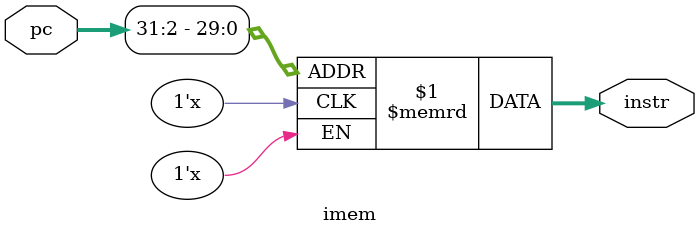
<source format=v>
`timescale 1ns / 1ps


module imem(
        input wire [31:0] pc,
        output wire [31:0] instr
    );
    
    reg [31:0] instructions [255:0];
    
    assign instr = instructions[ pc[31:2] ]; //pc[31:2] == pc >> 2;
endmodule

</source>
